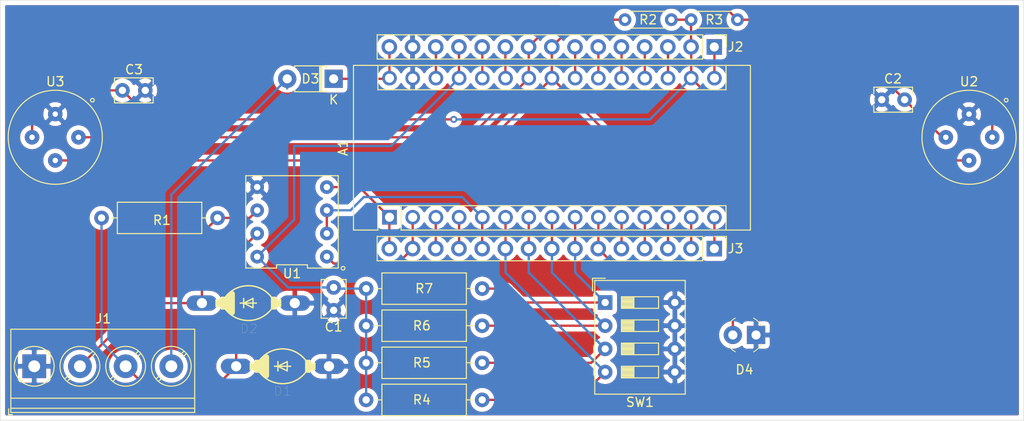
<source format=kicad_pcb>
(kicad_pcb (version 20171130) (host pcbnew "(5.1.7)-1")
  (layers (0 F.Cu signal) (31 B.Cu signal) (34 B.Paste user) (35 F.Paste user) (36 B.SilkS user) (37 F.SilkS user) (38 B.Mask user) (39 F.Mask user) (44 Edge.Cuts user))
  (net 0 "")
  (net 1 VDD)
  (net 2 VCC)
  (net 3 GND)
  (net 4 "Net-(D1-Pad1)")
  (net 5 "Net-(D2-Pad1)")
  (net 6 "Net-(D3-Pad2)")
  (net 7 /TX)
  (net 8 /RX)
  (net 9 /REF)
  (net 10 /RST_D)
  (net 11 /A0)
  (net 12 /GND_D)
  (net 13 /A1)
  (net 14 /D2)
  (net 15 /A2)
  (net 16 /D3)
  (net 17 /A3)
  (net 18 /D4)
  (net 19 /A4)
  (net 20 /D5)
  (net 21 /A5)
  (net 22 /D6)
  (net 23 /A6)
  (net 24 /D7)
  (net 25 /A7)
  (net 26 /D8)
  (net 27 /D9)
  (net 28 /RST_A)
  (net 29 /D10)
  (net 30 /D11)
  (net 31 /VIN)
  (net 32 /D12)
  (net 33 /D13)
  (module Resistor_THT:R_Axial_DIN0204_L3.6mm_D1.6mm_P5.08mm_Horizontal (layer F.Cu) (at 157.861 74.803)
    (fp_text reference R2 (at 2.54 0) (layer F.SilkS))
    (fp_text value 4.7k)
    (fp_line (start 0.62 -0.92) (end 4.46 -0.92) (layer F.SilkS) (width 0.12))
    (fp_line (start 0.62 0.92) (end 4.46 0.92) (layer F.SilkS) (width 0.12))
    (pad 1 thru_hole circle (at 0 0) (size 1.4 1.4) (drill 0.7) (layers *.Cu *.Mask) (net 19 /A4))
    (pad 2 thru_hole oval (at 5.08 0) (size 1.4 1.4) (drill 0.7) (layers *.Cu *.Mask) (net 1 VDD))
  )
  (module Module:Arduino_Nano (layer F.Cu) (at 132.096 96.448 90)
    (fp_text reference A1 (at 7.62 -5.08 90) (layer F.SilkS))
    (fp_text value Arduino_Nano_v3.x)
    (fp_line (start 1.27 1.27) (end 1.27 -1.27) (layer F.SilkS) (width 0.12))
    (fp_line (start 1.27 -1.27) (end -1.4 -1.27) (layer F.SilkS) (width 0.12))
    (fp_line (start -1.4 1.27) (end -1.4 39.5) (layer F.SilkS) (width 0.12))
    (fp_line (start -1.4 -3.94) (end -1.4 -1.27) (layer F.SilkS) (width 0.12))
    (fp_line (start 13.97 -1.27) (end 16.64 -1.27) (layer F.SilkS) (width 0.12))
    (fp_line (start 13.97 -1.27) (end 13.97 36.83) (layer F.SilkS) (width 0.12))
    (fp_line (start 13.97 36.83) (end 16.64 36.83) (layer F.SilkS) (width 0.12))
    (fp_line (start 1.27 1.27) (end -1.4 1.27) (layer F.SilkS) (width 0.12))
    (fp_line (start 1.27 1.27) (end 1.27 36.83) (layer F.SilkS) (width 0.12))
    (fp_line (start 1.27 36.83) (end -1.4 36.83) (layer F.SilkS) (width 0.12))
    (fp_line (start -1.4 39.5) (end 16.64 39.5) (layer F.SilkS) (width 0.12))
    (fp_line (start 16.64 39.5) (end 16.64 -3.94) (layer F.SilkS) (width 0.12))
    (fp_line (start 16.64 -3.94) (end -1.4 -3.94) (layer F.SilkS) (width 0.12))
    (pad 1 thru_hole rect (at 0 0 90) (size 1.6 1.6) (drill 1) (layers *.Cu *.Mask) (net 7 /TX))
    (pad 17 thru_hole oval (at 15.24 33.02 90) (size 1.6 1.6) (drill 1) (layers *.Cu *.Mask) (net 1 VDD))
    (pad 2 thru_hole oval (at 0 2.54 90) (size 1.6 1.6) (drill 1) (layers *.Cu *.Mask) (net 8 /RX))
    (pad 18 thru_hole oval (at 15.24 30.48 90) (size 1.6 1.6) (drill 1) (layers *.Cu *.Mask) (net 9 /REF))
    (pad 3 thru_hole oval (at 0 5.08 90) (size 1.6 1.6) (drill 1) (layers *.Cu *.Mask) (net 10 /RST_D))
    (pad 19 thru_hole oval (at 15.24 27.94 90) (size 1.6 1.6) (drill 1) (layers *.Cu *.Mask) (net 11 /A0))
    (pad 4 thru_hole oval (at 0 7.62 90) (size 1.6 1.6) (drill 1) (layers *.Cu *.Mask) (net 12 /GND_D))
    (pad 20 thru_hole oval (at 15.24 25.4 90) (size 1.6 1.6) (drill 1) (layers *.Cu *.Mask) (net 13 /A1))
    (pad 5 thru_hole oval (at 0 10.16 90) (size 1.6 1.6) (drill 1) (layers *.Cu *.Mask) (net 14 /D2))
    (pad 21 thru_hole oval (at 15.24 22.86 90) (size 1.6 1.6) (drill 1) (layers *.Cu *.Mask) (net 15 /A2))
    (pad 6 thru_hole oval (at 0 12.7 90) (size 1.6 1.6) (drill 1) (layers *.Cu *.Mask) (net 16 /D3))
    (pad 22 thru_hole oval (at 15.24 20.32 90) (size 1.6 1.6) (drill 1) (layers *.Cu *.Mask) (net 17 /A3))
    (pad 7 thru_hole oval (at 0 15.24 90) (size 1.6 1.6) (drill 1) (layers *.Cu *.Mask) (net 18 /D4))
    (pad 23 thru_hole oval (at 15.24 17.78 90) (size 1.6 1.6) (drill 1) (layers *.Cu *.Mask) (net 19 /A4))
    (pad 8 thru_hole oval (at 0 17.78 90) (size 1.6 1.6) (drill 1) (layers *.Cu *.Mask) (net 20 /D5))
    (pad 24 thru_hole oval (at 15.24 15.24 90) (size 1.6 1.6) (drill 1) (layers *.Cu *.Mask) (net 21 /A5))
    (pad 9 thru_hole oval (at 0 20.32 90) (size 1.6 1.6) (drill 1) (layers *.Cu *.Mask) (net 22 /D6))
    (pad 25 thru_hole oval (at 15.24 12.7 90) (size 1.6 1.6) (drill 1) (layers *.Cu *.Mask) (net 23 /A6))
    (pad 10 thru_hole oval (at 0 22.86 90) (size 1.6 1.6) (drill 1) (layers *.Cu *.Mask) (net 24 /D7))
    (pad 26 thru_hole oval (at 15.24 10.16 90) (size 1.6 1.6) (drill 1) (layers *.Cu *.Mask) (net 25 /A7))
    (pad 11 thru_hole oval (at 0 25.4 90) (size 1.6 1.6) (drill 1) (layers *.Cu *.Mask) (net 26 /D8))
    (pad 27 thru_hole oval (at 15.24 7.62 90) (size 1.6 1.6) (drill 1) (layers *.Cu *.Mask) (net 2 VCC))
    (pad 12 thru_hole oval (at 0 27.94 90) (size 1.6 1.6) (drill 1) (layers *.Cu *.Mask) (net 27 /D9))
    (pad 28 thru_hole oval (at 15.24 5.08 90) (size 1.6 1.6) (drill 1) (layers *.Cu *.Mask) (net 28 /RST_A))
    (pad 13 thru_hole oval (at 0 30.48 90) (size 1.6 1.6) (drill 1) (layers *.Cu *.Mask) (net 29 /D10))
    (pad 29 thru_hole oval (at 15.24 2.54 90) (size 1.6 1.6) (drill 1) (layers *.Cu *.Mask) (net 3 GND))
    (pad 14 thru_hole oval (at 0 33.02 90) (size 1.6 1.6) (drill 1) (layers *.Cu *.Mask) (net 30 /D11))
    (pad 30 thru_hole oval (at 15.24 0 90) (size 1.6 1.6) (drill 1) (layers *.Cu *.Mask) (net 31 /VIN))
    (pad 15 thru_hole oval (at 0 35.56 90) (size 1.6 1.6) (drill 1) (layers *.Cu *.Mask) (net 32 /D12))
    (pad 16 thru_hole oval (at 15.24 35.56 90) (size 1.6 1.6) (drill 1) (layers *.Cu *.Mask) (net 33 /D13))
  )
  (module Button_Switch_THT:SW_DIP_SPSTx04_Slide_9.78x12.34mm_W7.62mm_P2.54mm (layer F.Cu) (at 155.702 105.791)
    (fp_text reference SW1 (at 3.81 10.922) (layer F.SilkS))
    (fp_text value SW_DIP_x04)
    (fp_line (start -1.14 -2.42) (end 8.76 -2.42) (layer F.SilkS) (width 0.12))
    (fp_line (start -1.14 10.04) (end 8.76 10.04) (layer F.SilkS) (width 0.12))
    (fp_line (start -1.14 -2.42) (end -1.14 10.04) (layer F.SilkS) (width 0.12))
    (fp_line (start 8.76 -2.42) (end 8.76 10.04) (layer F.SilkS) (width 0.12))
    (fp_line (start -1.38 -2.66) (end 0.004 -2.66) (layer F.SilkS) (width 0.12))
    (fp_line (start -1.38 -2.66) (end -1.38 -1.277) (layer F.SilkS) (width 0.12))
    (fp_line (start 1.78 -0.635) (end 1.78 0.635) (layer F.SilkS) (width 0.12))
    (fp_line (start 1.78 0.635) (end 5.84 0.635) (layer F.SilkS) (width 0.12))
    (fp_line (start 5.84 0.635) (end 5.84 -0.635) (layer F.SilkS) (width 0.12))
    (fp_line (start 5.84 -0.635) (end 1.78 -0.635) (layer F.SilkS) (width 0.12))
    (fp_line (start 1.78 -0.515) (end 3.133333 -0.515) (layer F.SilkS) (width 0.12))
    (fp_line (start 1.78 -0.395) (end 3.133333 -0.395) (layer F.SilkS) (width 0.12))
    (fp_line (start 1.78 -0.275) (end 3.133333 -0.275) (layer F.SilkS) (width 0.12))
    (fp_line (start 1.78 -0.155) (end 3.133333 -0.155) (layer F.SilkS) (width 0.12))
    (fp_line (start 1.78 -0.035) (end 3.133333 -0.035) (layer F.SilkS) (width 0.12))
    (fp_line (start 1.78 0.085) (end 3.133333 0.085) (layer F.SilkS) (width 0.12))
    (fp_line (start 1.78 0.205) (end 3.133333 0.205) (layer F.SilkS) (width 0.12))
    (fp_line (start 1.78 0.325) (end 3.133333 0.325) (layer F.SilkS) (width 0.12))
    (fp_line (start 1.78 0.445) (end 3.133333 0.445) (layer F.SilkS) (width 0.12))
    (fp_line (start 1.78 0.565) (end 3.133333 0.565) (layer F.SilkS) (width 0.12))
    (fp_line (start 3.133333 -0.635) (end 3.133333 0.635) (layer F.SilkS) (width 0.12))
    (fp_line (start 1.78 1.905) (end 1.78 3.175) (layer F.SilkS) (width 0.12))
    (fp_line (start 1.78 3.175) (end 5.84 3.175) (layer F.SilkS) (width 0.12))
    (fp_line (start 5.84 3.175) (end 5.84 1.905) (layer F.SilkS) (width 0.12))
    (fp_line (start 5.84 1.905) (end 1.78 1.905) (layer F.SilkS) (width 0.12))
    (fp_line (start 1.78 2.025) (end 3.133333 2.025) (layer F.SilkS) (width 0.12))
    (fp_line (start 1.78 2.145) (end 3.133333 2.145) (layer F.SilkS) (width 0.12))
    (fp_line (start 1.78 2.265) (end 3.133333 2.265) (layer F.SilkS) (width 0.12))
    (fp_line (start 1.78 2.385) (end 3.133333 2.385) (layer F.SilkS) (width 0.12))
    (fp_line (start 1.78 2.505) (end 3.133333 2.505) (layer F.SilkS) (width 0.12))
    (fp_line (start 1.78 2.625) (end 3.133333 2.625) (layer F.SilkS) (width 0.12))
    (fp_line (start 1.78 2.745) (end 3.133333 2.745) (layer F.SilkS) (width 0.12))
    (fp_line (start 1.78 2.865) (end 3.133333 2.865) (layer F.SilkS) (width 0.12))
    (fp_line (start 1.78 2.985) (end 3.133333 2.985) (layer F.SilkS) (width 0.12))
    (fp_line (start 1.78 3.105) (end 3.133333 3.105) (layer F.SilkS) (width 0.12))
    (fp_line (start 3.133333 1.905) (end 3.133333 3.175) (layer F.SilkS) (width 0.12))
    (fp_line (start 1.78 4.445) (end 1.78 5.715) (layer F.SilkS) (width 0.12))
    (fp_line (start 1.78 5.715) (end 5.84 5.715) (layer F.SilkS) (width 0.12))
    (fp_line (start 5.84 5.715) (end 5.84 4.445) (layer F.SilkS) (width 0.12))
    (fp_line (start 5.84 4.445) (end 1.78 4.445) (layer F.SilkS) (width 0.12))
    (fp_line (start 1.78 4.565) (end 3.133333 4.565) (layer F.SilkS) (width 0.12))
    (fp_line (start 1.78 4.685) (end 3.133333 4.685) (layer F.SilkS) (width 0.12))
    (fp_line (start 1.78 4.805) (end 3.133333 4.805) (layer F.SilkS) (width 0.12))
    (fp_line (start 1.78 4.925) (end 3.133333 4.925) (layer F.SilkS) (width 0.12))
    (fp_line (start 1.78 5.045) (end 3.133333 5.045) (layer F.SilkS) (width 0.12))
    (fp_line (start 1.78 5.165) (end 3.133333 5.165) (layer F.SilkS) (width 0.12))
    (fp_line (start 1.78 5.285) (end 3.133333 5.285) (layer F.SilkS) (width 0.12))
    (fp_line (start 1.78 5.405) (end 3.133333 5.405) (layer F.SilkS) (width 0.12))
    (fp_line (start 1.78 5.525) (end 3.133333 5.525) (layer F.SilkS) (width 0.12))
    (fp_line (start 1.78 5.645) (end 3.133333 5.645) (layer F.SilkS) (width 0.12))
    (fp_line (start 3.133333 4.445) (end 3.133333 5.715) (layer F.SilkS) (width 0.12))
    (fp_line (start 1.78 6.985) (end 1.78 8.255) (layer F.SilkS) (width 0.12))
    (fp_line (start 1.78 8.255) (end 5.84 8.255) (layer F.SilkS) (width 0.12))
    (fp_line (start 5.84 8.255) (end 5.84 6.985) (layer F.SilkS) (width 0.12))
    (fp_line (start 5.84 6.985) (end 1.78 6.985) (layer F.SilkS) (width 0.12))
    (fp_line (start 1.78 7.105) (end 3.133333 7.105) (layer F.SilkS) (width 0.12))
    (fp_line (start 1.78 7.225) (end 3.133333 7.225) (layer F.SilkS) (width 0.12))
    (fp_line (start 1.78 7.345) (end 3.133333 7.345) (layer F.SilkS) (width 0.12))
    (fp_line (start 1.78 7.465) (end 3.133333 7.465) (layer F.SilkS) (width 0.12))
    (fp_line (start 1.78 7.585) (end 3.133333 7.585) (layer F.SilkS) (width 0.12))
    (fp_line (start 1.78 7.705) (end 3.133333 7.705) (layer F.SilkS) (width 0.12))
    (fp_line (start 1.78 7.825) (end 3.133333 7.825) (layer F.SilkS) (width 0.12))
    (fp_line (start 1.78 7.945) (end 3.133333 7.945) (layer F.SilkS) (width 0.12))
    (fp_line (start 1.78 8.065) (end 3.133333 8.065) (layer F.SilkS) (width 0.12))
    (fp_line (start 1.78 8.185) (end 3.133333 8.185) (layer F.SilkS) (width 0.12))
    (fp_line (start 3.133333 6.985) (end 3.133333 8.255) (layer F.SilkS) (width 0.12))
    (pad 8 thru_hole oval (at 7.62 0) (size 1.6 1.6) (drill 0.8) (layers *.Cu *.Mask) (net 3 GND))
    (pad 4 thru_hole oval (at 0 7.62) (size 1.6 1.6) (drill 0.8) (layers *.Cu *.Mask) (net 16 /D3))
    (pad 7 thru_hole oval (at 7.62 2.54) (size 1.6 1.6) (drill 0.8) (layers *.Cu *.Mask) (net 3 GND))
    (pad 3 thru_hole oval (at 0 5.08) (size 1.6 1.6) (drill 0.8) (layers *.Cu *.Mask) (net 18 /D4))
    (pad 6 thru_hole oval (at 7.62 5.08) (size 1.6 1.6) (drill 0.8) (layers *.Cu *.Mask) (net 3 GND))
    (pad 2 thru_hole oval (at 0 2.54) (size 1.6 1.6) (drill 0.8) (layers *.Cu *.Mask) (net 20 /D5))
    (pad 5 thru_hole oval (at 7.62 7.62) (size 1.6 1.6) (drill 0.8) (layers *.Cu *.Mask) (net 3 GND))
    (pad 1 thru_hole rect (at 0 0) (size 1.6 1.6) (drill 0.8) (layers *.Cu *.Mask) (net 22 /D6))
  )
  (module Resistor_THT:R_Axial_DIN0309_L9.0mm_D3.2mm_P12.70mm_Horizontal (layer F.Cu) (at 142.24 104.267 180)
    (fp_text reference R7 (at 6.35 0) (layer F.SilkS))
    (fp_text value 100)
    (fp_line (start 1.73 -1.72) (end 1.73 1.72) (layer F.SilkS) (width 0.12))
    (fp_line (start 1.73 1.72) (end 10.97 1.72) (layer F.SilkS) (width 0.12))
    (fp_line (start 10.97 1.72) (end 10.97 -1.72) (layer F.SilkS) (width 0.12))
    (fp_line (start 10.97 -1.72) (end 1.73 -1.72) (layer F.SilkS) (width 0.12))
    (fp_line (start 1.04 0) (end 1.73 0) (layer F.SilkS) (width 0.12))
    (fp_line (start 11.66 0) (end 10.97 0) (layer F.SilkS) (width 0.12))
    (pad 2 thru_hole oval (at 12.7 0 180) (size 1.6 1.6) (drill 0.8) (layers *.Cu *.Mask) (net 2 VCC))
    (pad 1 thru_hole circle (at 0 0 180) (size 1.6 1.6) (drill 0.8) (layers *.Cu *.Mask) (net 22 /D6))
  )
  (module Resistor_THT:R_Axial_DIN0309_L9.0mm_D3.2mm_P12.70mm_Horizontal (layer F.Cu) (at 142.24 108.331 180)
    (fp_text reference R6 (at 6.604 0) (layer F.SilkS))
    (fp_text value 100)
    (fp_line (start 1.73 -1.72) (end 1.73 1.72) (layer F.SilkS) (width 0.12))
    (fp_line (start 1.73 1.72) (end 10.97 1.72) (layer F.SilkS) (width 0.12))
    (fp_line (start 10.97 1.72) (end 10.97 -1.72) (layer F.SilkS) (width 0.12))
    (fp_line (start 10.97 -1.72) (end 1.73 -1.72) (layer F.SilkS) (width 0.12))
    (fp_line (start 1.04 0) (end 1.73 0) (layer F.SilkS) (width 0.12))
    (fp_line (start 11.66 0) (end 10.97 0) (layer F.SilkS) (width 0.12))
    (pad 2 thru_hole oval (at 12.7 0 180) (size 1.6 1.6) (drill 0.8) (layers *.Cu *.Mask) (net 2 VCC))
    (pad 1 thru_hole circle (at 0 0 180) (size 1.6 1.6) (drill 0.8) (layers *.Cu *.Mask) (net 20 /D5))
  )
  (module Resistor_THT:R_Axial_DIN0309_L9.0mm_D3.2mm_P12.70mm_Horizontal (layer F.Cu) (at 142.24 112.395 180)
    (fp_text reference R5 (at 6.604 0) (layer F.SilkS))
    (fp_text value 100)
    (fp_line (start 1.73 -1.72) (end 1.73 1.72) (layer F.SilkS) (width 0.12))
    (fp_line (start 1.73 1.72) (end 10.97 1.72) (layer F.SilkS) (width 0.12))
    (fp_line (start 10.97 1.72) (end 10.97 -1.72) (layer F.SilkS) (width 0.12))
    (fp_line (start 10.97 -1.72) (end 1.73 -1.72) (layer F.SilkS) (width 0.12))
    (fp_line (start 1.04 0) (end 1.73 0) (layer F.SilkS) (width 0.12))
    (fp_line (start 11.66 0) (end 10.97 0) (layer F.SilkS) (width 0.12))
    (pad 2 thru_hole oval (at 12.7 0 180) (size 1.6 1.6) (drill 0.8) (layers *.Cu *.Mask) (net 2 VCC))
    (pad 1 thru_hole circle (at 0 0 180) (size 1.6 1.6) (drill 0.8) (layers *.Cu *.Mask) (net 18 /D4))
  )
  (module Resistor_THT:R_Axial_DIN0309_L9.0mm_D3.2mm_P12.70mm_Horizontal (layer F.Cu) (at 142.24 116.459 180)
    (fp_text reference R4 (at 6.604 0) (layer F.SilkS))
    (fp_text value 100)
    (fp_line (start 1.73 -1.72) (end 1.73 1.72) (layer F.SilkS) (width 0.12))
    (fp_line (start 1.73 1.72) (end 10.97 1.72) (layer F.SilkS) (width 0.12))
    (fp_line (start 10.97 1.72) (end 10.97 -1.72) (layer F.SilkS) (width 0.12))
    (fp_line (start 10.97 -1.72) (end 1.73 -1.72) (layer F.SilkS) (width 0.12))
    (fp_line (start 1.04 0) (end 1.73 0) (layer F.SilkS) (width 0.12))
    (fp_line (start 11.66 0) (end 10.97 0) (layer F.SilkS) (width 0.12))
    (pad 2 thru_hole oval (at 12.7 0 180) (size 1.6 1.6) (drill 0.8) (layers *.Cu *.Mask) (net 2 VCC))
    (pad 1 thru_hole circle (at 0 0 180) (size 1.6 1.6) (drill 0.8) (layers *.Cu *.Mask) (net 16 /D3))
  )
  (module digikey-kicad-library:LED_3mm_Radial (layer F.Cu) (at 169.672 109.347 180)
    (fp_text reference D4 (at -1.27 -3.81) (layer F.SilkS))
    (fp_text value RED)
    (fp_line (start 0.33 -1.35) (end 0.33 -1.1) (layer F.SilkS) (width 0.1))
    (fp_line (start 0.33 1.35) (end 0.33 1.1) (layer F.SilkS) (width 0.1))
    (fp_arc (start -1.27 0) (end 0.33 -1.35) (angle -21.45098095) (layer F.SilkS) (width 0.1))
    (fp_arc (start -1.27 0) (end -0.27 1.85) (angle -21.45098095) (layer F.SilkS) (width 0.1))
    (fp_arc (start -1.27 0) (end -2.27 -1.85) (angle -33.21396116) (layer F.SilkS) (width 0.1))
    (fp_arc (start -1.27 0) (end -3.12 1) (angle -33.21396116) (layer F.SilkS) (width 0.1))
    (pad 1 thru_hole rect (at -2.54 0 180) (size 2 2) (drill 1) (layers *.Cu *.Mask) (net 3 GND))
    (pad 2 thru_hole circle (at 0 0 180) (size 2 2) (drill 1) (layers *.Cu *.Mask) (net 24 /D7))
  )
  (module Diode_THT:D_T-1_P5.08mm_Horizontal (layer F.Cu) (at 125.984 81.28 180)
    (fp_text reference D3 (at 2.54 0) (layer F.SilkS))
    (fp_text value D)
    (fp_line (start 0.82 -1.24) (end 0.82 -1.42) (layer F.SilkS) (width 0.12))
    (fp_line (start 0.82 -1.42) (end 4.26 -1.42) (layer F.SilkS) (width 0.12))
    (fp_line (start 4.26 -1.42) (end 4.26 -1.24) (layer F.SilkS) (width 0.12))
    (fp_line (start 0.82 1.24) (end 0.82 1.42) (layer F.SilkS) (width 0.12))
    (fp_line (start 0.82 1.42) (end 4.26 1.42) (layer F.SilkS) (width 0.12))
    (fp_line (start 4.26 1.42) (end 4.26 1.24) (layer F.SilkS) (width 0.12))
    (fp_line (start 1.42 -1.42) (end 1.42 1.42) (layer F.SilkS) (width 0.12))
    (fp_line (start 1.54 -1.42) (end 1.54 1.42) (layer F.SilkS) (width 0.12))
    (fp_line (start 1.3 -1.42) (end 1.3 1.42) (layer F.SilkS) (width 0.12))
    (fp_text user K (at 0 -2.286) (layer F.SilkS))
    (pad 2 thru_hole oval (at 5.08 0 180) (size 2 2) (drill 1) (layers *.Cu *.Mask) (net 6 "Net-(D3-Pad2)"))
    (pad 1 thru_hole rect (at 0 0 180) (size 2 2) (drill 1) (layers *.Cu *.Mask) (net 31 /VIN))
  )
  (module TTS-UART:DO204-10 (layer F.Cu) (at 116.6495 105.8545)
    (fp_text reference D2 (at 0.0635 2.794) (layer F.SilkS) (effects (font (thickness 0.015))))
    (fp_text value D_Zener)
    (fp_poly (pts (xy -3.6068 -0.4064) (xy -3.048 -0.4064) (xy -3.048 0.4064) (xy -3.6068 0.4064)) (layer F.SilkS) (width 0.01))
    (fp_poly (pts (xy 3.048 -0.4064) (xy 3.6068 -0.4064) (xy 3.6068 0.4064) (xy 3.048 0.4064)) (layer F.SilkS) (width 0.01))
    (fp_line (start -0.508 0) (end -0.508 0.508) (layer F.SilkS) (width 0.1524))
    (fp_line (start -0.508 -0.508) (end -0.508 0) (layer F.SilkS) (width 0.1524))
    (fp_line (start -0.508 0) (end 0.508 -0.508) (layer F.SilkS) (width 0.1524))
    (fp_line (start -0.508 0) (end 0.889 0) (layer F.SilkS) (width 0.1524))
    (fp_line (start 0.508 0.508) (end -0.508 0) (layer F.SilkS) (width 0.1524))
    (fp_line (start 0.508 -0.508) (end 0.508 0.508) (layer F.SilkS) (width 0.1524))
    (fp_line (start -0.889 0) (end -0.508 0) (layer F.SilkS) (width 0.1524))
    (fp_line (start 2.794 -0.381) (end 2.794 0.381) (layer F.SilkS) (width 0.6096))
    (fp_line (start -2.794 -0.381) (end -2.794 0.381) (layer F.SilkS) (width 0.6096))
    (fp_line (start -2.286 -0.508) (end -2.032 -0.762) (layer F.SilkS) (width 0.6096))
    (fp_line (start -2.032 0.762) (end -2.286 0.508) (layer F.SilkS) (width 0.6096))
    (fp_line (start -2.286 -0.508) (end -2.286 0.508) (layer F.SilkS) (width 0.6096))
    (fp_line (start -1.778 -1.016) (end -1.778 1.016) (layer F.SilkS) (width 0.6096))
    (fp_line (start -3.048 0.508) (end -3.048 -0.508) (layer F.SilkS) (width 0.1524))
    (fp_line (start -3.048 0.508) (end -2.921 0.635) (layer F.SilkS) (width 0.1524))
    (fp_line (start -2.54 0.635) (end -2.921 0.635) (layer F.SilkS) (width 0.1524))
    (fp_line (start -3.048 -0.508) (end -2.921 -0.635) (layer F.SilkS) (width 0.1524))
    (fp_line (start -2.54 -0.635) (end -2.921 -0.635) (layer F.SilkS) (width 0.1524))
    (fp_line (start 3.048 0.508) (end 3.048 -0.508) (layer F.SilkS) (width 0.1524))
    (fp_line (start 3.048 0.508) (end 2.921 0.635) (layer F.SilkS) (width 0.1524))
    (fp_line (start 2.54 0.635) (end 2.921 0.635) (layer F.SilkS) (width 0.1524))
    (fp_line (start 3.048 -0.508) (end 2.921 -0.635) (layer F.SilkS) (width 0.1524))
    (fp_line (start 2.54 -0.635) (end 2.921 -0.635) (layer F.SilkS) (width 0.1524))
    (fp_line (start -2.54 -0.635) (end -2.54 0.635) (layer F.SilkS) (width 0.1524))
    (fp_line (start 2.54 -0.635) (end 2.54 0.635) (layer F.SilkS) (width 0.1524))
    (fp_arc (start -0.000007 -1.27) (end 2.54 0.635) (angle 105.826017) (layer F.SilkS) (width 0.1524))
    (fp_arc (start 0.000007 1.27) (end 2.5255 -0.6542) (angle -105.826017) (layer F.SilkS) (width 0.1524))
    (pad 2 thru_hole oval (at 5.08 0) (size 3.3528 1.6764) (drill 1.1176) (layers *.Cu *.Mask) (net 3 GND))
    (pad 1 thru_hole oval (at -5.08 0) (size 3.3528 1.6764) (drill 1.1176) (layers *.Cu *.Mask) (net 5 "Net-(D2-Pad1)"))
  )
  (module TTS-UART:DO204-10 (layer F.Cu) (at 120.396 112.776)
    (fp_text reference D1 (at 0 2.7305) (layer F.SilkS) (effects (font (thickness 0.015))))
    (fp_text value D_Zener)
    (fp_poly (pts (xy -3.6068 -0.4064) (xy -3.048 -0.4064) (xy -3.048 0.4064) (xy -3.6068 0.4064)) (layer F.SilkS) (width 0.01))
    (fp_poly (pts (xy 3.048 -0.4064) (xy 3.6068 -0.4064) (xy 3.6068 0.4064) (xy 3.048 0.4064)) (layer F.SilkS) (width 0.01))
    (fp_line (start -0.508 0) (end -0.508 0.508) (layer F.SilkS) (width 0.1524))
    (fp_line (start -0.508 -0.508) (end -0.508 0) (layer F.SilkS) (width 0.1524))
    (fp_line (start -0.508 0) (end 0.508 -0.508) (layer F.SilkS) (width 0.1524))
    (fp_line (start -0.508 0) (end 0.889 0) (layer F.SilkS) (width 0.1524))
    (fp_line (start 0.508 0.508) (end -0.508 0) (layer F.SilkS) (width 0.1524))
    (fp_line (start 0.508 -0.508) (end 0.508 0.508) (layer F.SilkS) (width 0.1524))
    (fp_line (start -0.889 0) (end -0.508 0) (layer F.SilkS) (width 0.1524))
    (fp_line (start 2.794 -0.381) (end 2.794 0.381) (layer F.SilkS) (width 0.6096))
    (fp_line (start -2.794 -0.381) (end -2.794 0.381) (layer F.SilkS) (width 0.6096))
    (fp_line (start -2.286 -0.508) (end -2.032 -0.762) (layer F.SilkS) (width 0.6096))
    (fp_line (start -2.032 0.762) (end -2.286 0.508) (layer F.SilkS) (width 0.6096))
    (fp_line (start -2.286 -0.508) (end -2.286 0.508) (layer F.SilkS) (width 0.6096))
    (fp_line (start -1.778 -1.016) (end -1.778 1.016) (layer F.SilkS) (width 0.6096))
    (fp_line (start -3.048 0.508) (end -3.048 -0.508) (layer F.SilkS) (width 0.1524))
    (fp_line (start -3.048 0.508) (end -2.921 0.635) (layer F.SilkS) (width 0.1524))
    (fp_line (start -2.54 0.635) (end -2.921 0.635) (layer F.SilkS) (width 0.1524))
    (fp_line (start -3.048 -0.508) (end -2.921 -0.635) (layer F.SilkS) (width 0.1524))
    (fp_line (start -2.54 -0.635) (end -2.921 -0.635) (layer F.SilkS) (width 0.1524))
    (fp_line (start 3.048 0.508) (end 3.048 -0.508) (layer F.SilkS) (width 0.1524))
    (fp_line (start 3.048 0.508) (end 2.921 0.635) (layer F.SilkS) (width 0.1524))
    (fp_line (start 2.54 0.635) (end 2.921 0.635) (layer F.SilkS) (width 0.1524))
    (fp_line (start 3.048 -0.508) (end 2.921 -0.635) (layer F.SilkS) (width 0.1524))
    (fp_line (start 2.54 -0.635) (end 2.921 -0.635) (layer F.SilkS) (width 0.1524))
    (fp_line (start -2.54 -0.635) (end -2.54 0.635) (layer F.SilkS) (width 0.1524))
    (fp_line (start 2.54 -0.635) (end 2.54 0.635) (layer F.SilkS) (width 0.1524))
    (fp_arc (start -0.000007 -1.27) (end 2.54 0.635) (angle 105.826017) (layer F.SilkS) (width 0.1524))
    (fp_arc (start 0.000007 1.27) (end 2.5255 -0.6542) (angle -105.826017) (layer F.SilkS) (width 0.1524))
    (pad 2 thru_hole oval (at 5.08 0) (size 3.3528 1.6764) (drill 1.1176) (layers *.Cu *.Mask) (net 3 GND))
    (pad 1 thru_hole oval (at -5.08 0) (size 3.3528 1.6764) (drill 1.1176) (layers *.Cu *.Mask) (net 4 "Net-(D1-Pad1)"))
  )
  (module TTS-UART:MLX90614ESF-BCC-000-TU (layer F.Cu) (at 195.52 87.685)
    (fp_text reference U2 (at 0 -6.096) (layer F.SilkS))
    (fp_text value MLX90614)
    (fp_circle (center 0 0) (end 5.15 0) (layer F.SilkS) (width 0.12))
    (fp_circle (center 4.064 -4.064) (end 4.264 -4.064) (layer F.SilkS) (width 0.12))
    (pad 3 thru_hole circle (at -2.54 0) (size 1.6 1.6) (drill 0.6) (layers *.Cu *.Mask) (net 1 VDD))
    (pad 2 thru_hole circle (at 0 2.54) (size 1.6 1.6) (drill 0.6) (layers *.Cu *.Mask) (net 19 /A4))
    (pad 1 thru_hole circle (at 2.54 0) (size 1.6 1.6) (drill 0.6) (layers *.Cu *.Mask) (net 21 /A5))
    (pad 4 thru_hole circle (at 0 -2.54) (size 1.6 1.6) (drill 0.6) (layers *.Cu *.Mask) (net 3 GND))
  )
  (module Capacitor_THT:C_Rect_L4.0mm_W2.5mm_P2.50mm (layer F.Cu) (at 125.984 104.14 270)
    (fp_text reference C1 (at 4.318 0) (layer F.SilkS))
    (fp_text value 0.1uF)
    (fp_line (start -0.87 -1.37) (end 3.37 -1.37) (layer F.SilkS) (width 0.12))
    (fp_line (start -0.87 1.37) (end 3.37 1.37) (layer F.SilkS) (width 0.12))
    (fp_line (start -0.87 -1.37) (end -0.87 -0.665) (layer F.SilkS) (width 0.12))
    (fp_line (start -0.87 0.665) (end -0.87 1.37) (layer F.SilkS) (width 0.12))
    (fp_line (start 3.37 -1.37) (end 3.37 -0.665) (layer F.SilkS) (width 0.12))
    (fp_line (start 3.37 0.665) (end 3.37 1.37) (layer F.SilkS) (width 0.12))
    (pad 1 thru_hole circle (at 0 0 270) (size 1.6 1.6) (drill 0.8) (layers *.Cu *.Mask) (net 2 VCC))
    (pad 2 thru_hole circle (at 2.5 0 270) (size 1.6 1.6) (drill 0.8) (layers *.Cu *.Mask) (net 3 GND))
  )
  (module Capacitor_THT:C_Rect_L4.0mm_W2.5mm_P2.50mm (layer F.Cu) (at 188.468 83.566 180)
    (fp_text reference C2 (at 1.27 2.286 180) (layer F.SilkS))
    (fp_text value 0.1uF)
    (fp_line (start 3.37 0.665) (end 3.37 1.37) (layer F.SilkS) (width 0.12))
    (fp_line (start 3.37 -1.37) (end 3.37 -0.665) (layer F.SilkS) (width 0.12))
    (fp_line (start -0.87 0.665) (end -0.87 1.37) (layer F.SilkS) (width 0.12))
    (fp_line (start -0.87 -1.37) (end -0.87 -0.665) (layer F.SilkS) (width 0.12))
    (fp_line (start -0.87 1.37) (end 3.37 1.37) (layer F.SilkS) (width 0.12))
    (fp_line (start -0.87 -1.37) (end 3.37 -1.37) (layer F.SilkS) (width 0.12))
    (pad 2 thru_hole circle (at 2.5 0 180) (size 1.6 1.6) (drill 0.8) (layers *.Cu *.Mask) (net 3 GND))
    (pad 1 thru_hole circle (at 0 0 180) (size 1.6 1.6) (drill 0.8) (layers *.Cu *.Mask) (net 1 VDD))
  )
  (module Capacitor_THT:C_Rect_L4.0mm_W2.5mm_P2.50mm (layer F.Cu) (at 102.87 82.55)
    (fp_text reference C3 (at 1.27 -2.286) (layer F.SilkS))
    (fp_text value 0.1uF)
    (fp_line (start -0.87 -1.37) (end 3.37 -1.37) (layer F.SilkS) (width 0.12))
    (fp_line (start -0.87 1.37) (end 3.37 1.37) (layer F.SilkS) (width 0.12))
    (fp_line (start -0.87 -1.37) (end -0.87 -0.665) (layer F.SilkS) (width 0.12))
    (fp_line (start -0.87 0.665) (end -0.87 1.37) (layer F.SilkS) (width 0.12))
    (fp_line (start 3.37 -1.37) (end 3.37 -0.665) (layer F.SilkS) (width 0.12))
    (fp_line (start 3.37 0.665) (end 3.37 1.37) (layer F.SilkS) (width 0.12))
    (pad 1 thru_hole circle (at 0 0) (size 1.6 1.6) (drill 0.8) (layers *.Cu *.Mask) (net 1 VDD))
    (pad 2 thru_hole circle (at 2.5 0) (size 1.6 1.6) (drill 0.8) (layers *.Cu *.Mask) (net 3 GND))
  )
  (module Resistor_THT:R_Axial_DIN0309_L9.0mm_D3.2mm_P12.70mm_Horizontal (layer F.Cu) (at 113.284 96.52 180)
    (fp_text reference R1 (at 6.096 -0.254) (layer F.SilkS))
    (fp_text value 100)
    (fp_line (start 1.73 -1.72) (end 1.73 1.72) (layer F.SilkS) (width 0.12))
    (fp_line (start 1.73 1.72) (end 10.97 1.72) (layer F.SilkS) (width 0.12))
    (fp_line (start 10.97 1.72) (end 10.97 -1.72) (layer F.SilkS) (width 0.12))
    (fp_line (start 10.97 -1.72) (end 1.73 -1.72) (layer F.SilkS) (width 0.12))
    (fp_line (start 1.04 0) (end 1.73 0) (layer F.SilkS) (width 0.12))
    (fp_line (start 11.66 0) (end 10.97 0) (layer F.SilkS) (width 0.12))
    (pad 1 thru_hole circle (at 0 0 180) (size 1.6 1.6) (drill 0.8) (layers *.Cu *.Mask) (net 5 "Net-(D2-Pad1)"))
    (pad 2 thru_hole oval (at 12.7 0 180) (size 1.6 1.6) (drill 0.8) (layers *.Cu *.Mask) (net 4 "Net-(D1-Pad1)"))
  )
  (module Resistor_THT:R_Axial_DIN0204_L3.6mm_D1.6mm_P5.08mm_Horizontal (layer F.Cu) (at 170.18 74.803 180)
    (fp_text reference R3 (at 2.54 0) (layer F.SilkS))
    (fp_text value 4.7k)
    (fp_line (start 0.62 0.92) (end 4.46 0.92) (layer F.SilkS) (width 0.12))
    (fp_line (start 0.62 -0.92) (end 4.46 -0.92) (layer F.SilkS) (width 0.12))
    (pad 2 thru_hole oval (at 5.08 0 180) (size 1.4 1.4) (drill 0.7) (layers *.Cu *.Mask) (net 1 VDD))
    (pad 1 thru_hole circle (at 0 0 180) (size 1.4 1.4) (drill 0.7) (layers *.Cu *.Mask) (net 21 /A5))
  )
  (module TTS-UART:ISL81487EIPZ-PDIP (layer F.Cu) (at 121.428 96.956 90)
    (fp_text reference U1 (at -5.66 0) (layer F.SilkS))
    (fp_text value ISL81487EIPZ)
    (fp_line (start -5.06 5.06) (end 5.06 5.06) (layer F.SilkS) (width 0.12))
    (fp_line (start 5.06 5.06) (end 5.06 -5.06) (layer F.SilkS) (width 0.12))
    (fp_line (start 5.06 -5.06) (end -5.06 -5.06) (layer F.SilkS) (width 0.12))
    (fp_line (start -5.06 -5.06) (end -5.06 -1.686666) (layer F.SilkS) (width 0.12))
    (fp_line (start -5.06 -1.686666) (end -4.7 -1.686666) (layer F.SilkS) (width 0.12))
    (fp_line (start -4.7 -1.686666) (end -4.7 1.686666) (layer F.SilkS) (width 0.12))
    (fp_line (start -4.7 1.686666) (end -5.06 1.686666) (layer F.SilkS) (width 0.12))
    (fp_line (start -5.06 1.686666) (end -5.06 5.06) (layer F.SilkS) (width 0.12))
    (fp_circle (center -5.08 5.588) (end -4.88 5.588) (layer F.SilkS) (width 0.12))
    (pad 8 thru_hole circle (at -3.81 -3.81 90) (size 1.5 1.5) (drill 0.7) (layers *.Cu *.Mask) (net 2 VCC))
    (pad 1 thru_hole circle (at -3.81 3.81 90) (size 1.5 1.5) (drill 0.7) (layers *.Cu *.Mask) (net 8 /RX))
    (pad 7 thru_hole circle (at -1.27 -3.81 90) (size 1.5 1.5) (drill 0.7) (layers *.Cu *.Mask) (net 4 "Net-(D1-Pad1)"))
    (pad 2 thru_hole circle (at -1.27 3.81 90) (size 1.5 1.5) (drill 0.7) (layers *.Cu *.Mask) (net 14 /D2))
    (pad 6 thru_hole circle (at 1.27 -3.81 90) (size 1.5 1.5) (drill 0.7) (layers *.Cu *.Mask) (net 5 "Net-(D2-Pad1)"))
    (pad 3 thru_hole circle (at 1.27 3.81 90) (size 1.5 1.5) (drill 0.7) (layers *.Cu *.Mask) (net 14 /D2))
    (pad 5 thru_hole circle (at 3.81 -3.81 90) (size 1.5 1.5) (drill 0.7) (layers *.Cu *.Mask) (net 3 GND))
    (pad 4 thru_hole circle (at 3.81 3.81 90) (size 1.5 1.5) (drill 0.7) (layers *.Cu *.Mask) (net 7 /TX))
  )
  (module TTS-UART:MLX90614ESF-BCC-000-TU (layer F.Cu) (at 95.52 87.685)
    (fp_text reference U3 (at 0 -6.096) (layer F.SilkS))
    (fp_text value MLX90614)
    (fp_circle (center 4.064 -4.064) (end 4.264 -4.064) (layer F.SilkS) (width 0.12))
    (fp_circle (center 0 0) (end 5.15 0) (layer F.SilkS) (width 0.12))
    (pad 4 thru_hole circle (at 0 -2.54) (size 1.6 1.6) (drill 0.6) (layers *.Cu *.Mask) (net 3 GND))
    (pad 1 thru_hole circle (at 2.54 0) (size 1.6 1.6) (drill 0.6) (layers *.Cu *.Mask) (net 21 /A5))
    (pad 2 thru_hole circle (at 0 2.54) (size 1.6 1.6) (drill 0.6) (layers *.Cu *.Mask) (net 19 /A4))
    (pad 3 thru_hole circle (at -2.54 0) (size 1.6 1.6) (drill 0.6) (layers *.Cu *.Mask) (net 1 VDD))
  )
  (module Connector_PinHeader_2.54mm:PinHeader_1x15_P2.54mm_Vertical (layer F.Cu) (at 167.64 77.7875 270)
    (fp_text reference J2 (at 0 -2.33 180) (layer F.SilkS))
    (fp_text value Conn_01x15_Female)
    (fp_line (start -1.33 36.89) (end 1.33 36.89) (layer F.SilkS) (width 0.12))
    (fp_line (start -1.33 1.27) (end -1.33 36.89) (layer F.SilkS) (width 0.12))
    (fp_line (start 1.33 1.27) (end 1.33 36.89) (layer F.SilkS) (width 0.12))
    (fp_line (start -1.33 1.27) (end 1.33 1.27) (layer F.SilkS) (width 0.12))
    (fp_line (start -1.33 0) (end -1.33 -1.33) (layer F.SilkS) (width 0.12))
    (fp_line (start -1.33 -1.33) (end 0 -1.33) (layer F.SilkS) (width 0.12))
    (pad 1 thru_hole rect (at 0 0 270) (size 1.7 1.7) (drill 1) (layers *.Cu *.Mask) (net 33 /D13))
    (pad 2 thru_hole oval (at 0 2.54 270) (size 1.7 1.7) (drill 1) (layers *.Cu *.Mask) (net 1 VDD))
    (pad 3 thru_hole oval (at 0 5.08 270) (size 1.7 1.7) (drill 1) (layers *.Cu *.Mask) (net 9 /REF))
    (pad 4 thru_hole oval (at 0 7.62 270) (size 1.7 1.7) (drill 1) (layers *.Cu *.Mask) (net 11 /A0))
    (pad 5 thru_hole oval (at 0 10.16 270) (size 1.7 1.7) (drill 1) (layers *.Cu *.Mask) (net 13 /A1))
    (pad 6 thru_hole oval (at 0 12.7 270) (size 1.7 1.7) (drill 1) (layers *.Cu *.Mask) (net 15 /A2))
    (pad 7 thru_hole oval (at 0 15.24 270) (size 1.7 1.7) (drill 1) (layers *.Cu *.Mask) (net 17 /A3))
    (pad 8 thru_hole oval (at 0 17.78 270) (size 1.7 1.7) (drill 1) (layers *.Cu *.Mask) (net 19 /A4))
    (pad 9 thru_hole oval (at 0 20.32 270) (size 1.7 1.7) (drill 1) (layers *.Cu *.Mask) (net 21 /A5))
    (pad 10 thru_hole oval (at 0 22.86 270) (size 1.7 1.7) (drill 1) (layers *.Cu *.Mask) (net 23 /A6))
    (pad 11 thru_hole oval (at 0 25.4 270) (size 1.7 1.7) (drill 1) (layers *.Cu *.Mask) (net 25 /A7))
    (pad 12 thru_hole oval (at 0 27.94 270) (size 1.7 1.7) (drill 1) (layers *.Cu *.Mask) (net 2 VCC))
    (pad 13 thru_hole oval (at 0 30.48 270) (size 1.7 1.7) (drill 1) (layers *.Cu *.Mask) (net 28 /RST_A))
    (pad 14 thru_hole oval (at 0 33.02 270) (size 1.7 1.7) (drill 1) (layers *.Cu *.Mask) (net 3 GND))
    (pad 15 thru_hole oval (at 0 35.56 270) (size 1.7 1.7) (drill 1) (layers *.Cu *.Mask) (net 31 /VIN))
  )
  (module Connector_PinHeader_2.54mm:PinHeader_1x15_P2.54mm_Vertical (layer F.Cu) (at 167.64 99.8855 270)
    (fp_text reference J3 (at 0 -2.33) (layer F.SilkS))
    (fp_text value Conn_01x15_Female)
    (fp_line (start -1.33 -1.33) (end 0 -1.33) (layer F.SilkS) (width 0.12))
    (fp_line (start -1.33 0) (end -1.33 -1.33) (layer F.SilkS) (width 0.12))
    (fp_line (start -1.33 1.27) (end 1.33 1.27) (layer F.SilkS) (width 0.12))
    (fp_line (start 1.33 1.27) (end 1.33 36.89) (layer F.SilkS) (width 0.12))
    (fp_line (start -1.33 1.27) (end -1.33 36.89) (layer F.SilkS) (width 0.12))
    (fp_line (start -1.33 36.89) (end 1.33 36.89) (layer F.SilkS) (width 0.12))
    (pad 15 thru_hole oval (at 0 35.56 270) (size 1.7 1.7) (drill 1) (layers *.Cu *.Mask) (net 7 /TX))
    (pad 14 thru_hole oval (at 0 33.02 270) (size 1.7 1.7) (drill 1) (layers *.Cu *.Mask) (net 8 /RX))
    (pad 13 thru_hole oval (at 0 30.48 270) (size 1.7 1.7) (drill 1) (layers *.Cu *.Mask) (net 10 /RST_D))
    (pad 12 thru_hole oval (at 0 27.94 270) (size 1.7 1.7) (drill 1) (layers *.Cu *.Mask) (net 12 /GND_D))
    (pad 11 thru_hole oval (at 0 25.4 270) (size 1.7 1.7) (drill 1) (layers *.Cu *.Mask) (net 14 /D2))
    (pad 10 thru_hole oval (at 0 22.86 270) (size 1.7 1.7) (drill 1) (layers *.Cu *.Mask) (net 16 /D3))
    (pad 9 thru_hole oval (at 0 20.32 270) (size 1.7 1.7) (drill 1) (layers *.Cu *.Mask) (net 18 /D4))
    (pad 8 thru_hole oval (at 0 17.78 270) (size 1.7 1.7) (drill 1) (layers *.Cu *.Mask) (net 20 /D5))
    (pad 7 thru_hole oval (at 0 15.24 270) (size 1.7 1.7) (drill 1) (layers *.Cu *.Mask) (net 22 /D6))
    (pad 6 thru_hole oval (at 0 12.7 270) (size 1.7 1.7) (drill 1) (layers *.Cu *.Mask) (net 24 /D7))
    (pad 5 thru_hole oval (at 0 10.16 270) (size 1.7 1.7) (drill 1) (layers *.Cu *.Mask) (net 26 /D8))
    (pad 4 thru_hole oval (at 0 7.62 270) (size 1.7 1.7) (drill 1) (layers *.Cu *.Mask) (net 27 /D9))
    (pad 3 thru_hole oval (at 0 5.08 270) (size 1.7 1.7) (drill 1) (layers *.Cu *.Mask) (net 29 /D10))
    (pad 2 thru_hole oval (at 0 2.54 270) (size 1.7 1.7) (drill 1) (layers *.Cu *.Mask) (net 30 /D11))
    (pad 1 thru_hole rect (at 0 0 270) (size 1.7 1.7) (drill 1) (layers *.Cu *.Mask) (net 32 /D12))
  )
  (module TerminalBlock_Phoenix:TerminalBlock_Phoenix_PT-1,5-4-5.0-H_1x04_P5.00mm_Horizontal (layer F.Cu) (at 93.218 112.776)
    (fp_text reference J1 (at 7.5565 -5.207) (layer F.SilkS))
    (fp_text value Screw_Terminal_01x04)
    (fp_circle (center 0 0) (end 2.18 0) (layer F.SilkS) (width 0.12))
    (fp_circle (center 5 0) (end 7.18 0) (layer F.SilkS) (width 0.12))
    (fp_circle (center 10 0) (end 12.18 0) (layer F.SilkS) (width 0.12))
    (fp_circle (center 15 0) (end 17.18 0) (layer F.SilkS) (width 0.12))
    (fp_line (start -2.56 4.6) (end 17.561 4.6) (layer F.SilkS) (width 0.12))
    (fp_line (start -2.56 3.5) (end 17.561 3.5) (layer F.SilkS) (width 0.12))
    (fp_line (start -2.56 -4.06) (end 17.561 -4.06) (layer F.SilkS) (width 0.12))
    (fp_line (start -2.56 5.06) (end 17.561 5.06) (layer F.SilkS) (width 0.12))
    (fp_line (start -2.56 -4.06) (end -2.56 5.06) (layer F.SilkS) (width 0.12))
    (fp_line (start 17.561 -4.06) (end 17.561 5.06) (layer F.SilkS) (width 0.12))
    (fp_line (start 1.654 -1.388) (end 1.547 -1.281) (layer F.SilkS) (width 0.12))
    (fp_line (start -1.282 1.547) (end -1.388 1.654) (layer F.SilkS) (width 0.12))
    (fp_line (start 1.388 -1.654) (end 1.281 -1.547) (layer F.SilkS) (width 0.12))
    (fp_line (start -1.548 1.281) (end -1.654 1.388) (layer F.SilkS) (width 0.12))
    (fp_line (start 6.654 -1.388) (end 6.259 -0.992) (layer F.SilkS) (width 0.12))
    (fp_line (start 3.993 1.274) (end 3.613 1.654) (layer F.SilkS) (width 0.12))
    (fp_line (start 6.388 -1.654) (end 6.008 -1.274) (layer F.SilkS) (width 0.12))
    (fp_line (start 3.742 0.992) (end 3.347 1.388) (layer F.SilkS) (width 0.12))
    (fp_line (start 11.654 -1.388) (end 11.259 -0.992) (layer F.SilkS) (width 0.12))
    (fp_line (start 8.993 1.274) (end 8.613 1.654) (layer F.SilkS) (width 0.12))
    (fp_line (start 11.388 -1.654) (end 11.008 -1.274) (layer F.SilkS) (width 0.12))
    (fp_line (start 8.742 0.992) (end 8.347 1.388) (layer F.SilkS) (width 0.12))
    (fp_line (start 16.654 -1.388) (end 16.259 -0.992) (layer F.SilkS) (width 0.12))
    (fp_line (start 13.993 1.274) (end 13.613 1.654) (layer F.SilkS) (width 0.12))
    (fp_line (start 16.388 -1.654) (end 16.008 -1.274) (layer F.SilkS) (width 0.12))
    (fp_line (start 13.742 0.992) (end 13.347 1.388) (layer F.SilkS) (width 0.12))
    (fp_line (start -2.8 4.66) (end -2.8 5.3) (layer F.SilkS) (width 0.12))
    (fp_line (start -2.8 5.3) (end -2.4 5.3) (layer F.SilkS) (width 0.12))
    (pad 1 thru_hole rect (at 0 0) (size 2.6 2.6) (drill 1.3) (layers *.Cu *.Mask) (net 3 GND))
    (pad 2 thru_hole circle (at 5 0) (size 2.6 2.6) (drill 1.3) (layers *.Cu *.Mask) (net 5 "Net-(D2-Pad1)"))
    (pad 3 thru_hole circle (at 10 0) (size 2.6 2.6) (drill 1.3) (layers *.Cu *.Mask) (net 4 "Net-(D1-Pad1)"))
    (pad 4 thru_hole circle (at 15 0) (size 2.6 2.6) (drill 1.3) (layers *.Cu *.Mask) (net 6 "Net-(D3-Pad2)"))
  )
  (gr_line (start 89.508 72.6825) (end 201.508 72.6825) (layer Edge.Cuts) (width 0.05))
  (gr_line (start 89.508 118.6825) (end 201.508 118.6825) (layer Edge.Cuts) (width 0.05))
  (gr_line (start 89.508 118.6825) (end 89.508 72.6825) (layer Edge.Cuts) (width 0.05))
  (gr_line (start 201.508 72.6825) (end 201.508 118.6825) (layer Edge.Cuts) (width 0.05))
  (segment (start 92.98 84.058) (end 92.98 87.685) (width 0.254) (layer F.Cu) (net 1))
  (segment (start 94.488 82.55) (end 102.87 82.55) (width 0.254) (layer F.Cu) (net 1))
  (segment (start 92.98 84.058) (end 94.488 82.55) (width 0.254) (layer F.Cu) (net 1))
  (segment (start 165.1 81.192) (end 165.116 81.208) (width 0.254) (layer F.Cu) (net 1))
  (segment (start 192.587 87.685) (end 192.98 87.685) (width 0.254) (layer F.Cu) (net 1))
  (segment (start 188.468 83.566) (end 192.587 87.685) (width 0.254) (layer F.Cu) (net 1))
  (segment (start 165.116 77.8035) (end 165.1 77.7875) (width 0.254) (layer F.Cu) (net 1))
  (segment (start 165.116 81.208) (end 165.116 77.8035) (width 0.254) (layer F.Cu) (net 1))
  (segment (start 185.801 80.899) (end 188.468 83.566) (width 0.254) (layer F.Cu) (net 1))
  (segment (start 183.0705 80.899) (end 185.801 80.899) (width 0.254) (layer F.Cu) (net 1))
  (segment (start 167.7915 83.8835) (end 180.086 83.8835) (width 0.254) (layer F.Cu) (net 1))
  (segment (start 180.086 83.8835) (end 183.0705 80.899) (width 0.254) (layer F.Cu) (net 1))
  (segment (start 165.116 81.208) (end 167.7915 83.8835) (width 0.254) (layer F.Cu) (net 1))
  (segment (start 165.1 77.7875) (end 165.1 74.803) (width 0.254) (layer F.Cu) (net 1))
  (segment (start 165.1 74.803) (end 162.941 74.803) (width 0.254) (layer F.Cu) (net 1))
  (segment (start 102.87 82.55) (end 106.045 85.725) (width 0.254) (layer F.Cu) (net 1))
  (segment (start 106.045 85.725) (end 139.1285 85.725) (width 0.254) (layer F.Cu) (net 1))
  (segment (start 139.1285 85.725) (end 139.1285 85.725) (width 0.254) (layer F.Cu) (net 1))
  (via (at 139.1285 85.725) (size 0.762) (drill 0.381) (layers F.Cu B.Cu) (net 1))
  (segment (start 160.599 85.725) (end 165.116 81.208) (width 0.254) (layer B.Cu) (net 1))
  (segment (start 139.1285 85.725) (end 160.599 85.725) (width 0.254) (layer B.Cu) (net 1))
  (segment (start 117.618 100.766) (end 121.666 96.718) (width 0.254) (layer B.Cu) (net 2))
  (segment (start 121.666 96.718) (end 121.666 88.646) (width 0.254) (layer B.Cu) (net 2))
  (segment (start 121.666 88.646) (end 132.278 88.646) (width 0.254) (layer B.Cu) (net 2))
  (segment (start 129.54 104.267) (end 129.54 108.331) (width 0.254) (layer B.Cu) (net 2))
  (segment (start 120.992 104.14) (end 117.618 100.766) (width 0.254) (layer B.Cu) (net 2))
  (segment (start 125.984 104.14) (end 120.992 104.14) (width 0.254) (layer B.Cu) (net 2))
  (segment (start 129.54 108.331) (end 129.54 112.395) (width 0.254) (layer B.Cu) (net 2))
  (segment (start 129.54 112.395) (end 129.54 116.459) (width 0.254) (layer B.Cu) (net 2))
  (segment (start 126.111 104.267) (end 125.984 104.14) (width 0.254) (layer B.Cu) (net 2))
  (segment (start 129.54 104.267) (end 126.111 104.267) (width 0.254) (layer B.Cu) (net 2))
  (segment (start 139.7 81.192) (end 139.716 81.208) (width 0.254) (layer F.Cu) (net 2))
  (segment (start 139.7 77.7875) (end 139.7 81.192) (width 0.254) (layer F.Cu) (net 2))
  (segment (start 132.278 88.646) (end 139.716 81.208) (width 0.254) (layer B.Cu) (net 2))
  (segment (start 134.62 81.192) (end 134.636 81.208) (width 0.254) (layer F.Cu) (net 3))
  (segment (start 134.62 77.7875) (end 134.62 81.192) (width 0.254) (layer F.Cu) (net 3))
  (segment (start 115.316 100.528) (end 117.618 98.226) (width 0.254) (layer F.Cu) (net 4))
  (segment (start 115.316 112.776) (end 115.316 100.528) (width 0.254) (layer F.Cu) (net 4))
  (segment (start 103.218 112.776) (end 106.3295 115.8875) (width 0.254) (layer F.Cu) (net 4))
  (segment (start 112.2045 115.8875) (end 115.316 112.776) (width 0.254) (layer F.Cu) (net 4))
  (segment (start 106.3295 115.8875) (end 112.2045 115.8875) (width 0.254) (layer F.Cu) (net 4))
  (segment (start 100.584 110.142) (end 103.218 112.776) (width 0.254) (layer B.Cu) (net 4))
  (segment (start 100.584 96.52) (end 100.584 110.142) (width 0.254) (layer B.Cu) (net 4))
  (segment (start 116.784 96.52) (end 117.618 95.686) (width 0.254) (layer F.Cu) (net 5))
  (segment (start 113.284 96.52) (end 116.784 96.52) (width 0.254) (layer F.Cu) (net 5))
  (segment (start 111.5695 98.2345) (end 113.284 96.52) (width 0.254) (layer F.Cu) (net 5))
  (segment (start 111.5695 105.8545) (end 111.5695 98.2345) (width 0.254) (layer F.Cu) (net 5))
  (segment (start 105.1395 105.8545) (end 111.5695 105.8545) (width 0.254) (layer F.Cu) (net 5))
  (segment (start 98.218 112.776) (end 105.1395 105.8545) (width 0.254) (layer F.Cu) (net 5))
  (segment (start 120.904 82.334) (end 120.904 81.28) (width 0.254) (layer B.Cu) (net 6))
  (segment (start 108.218 93.966) (end 120.904 81.28) (width 0.254) (layer B.Cu) (net 6))
  (segment (start 108.218 112.776) (end 108.218 93.966) (width 0.254) (layer B.Cu) (net 6))
  (segment (start 128.794 93.146) (end 132.096 96.448) (width 0.254) (layer F.Cu) (net 7))
  (segment (start 125.238 93.146) (end 128.794 93.146) (width 0.254) (layer F.Cu) (net 7))
  (segment (start 132.08 96.464) (end 132.096 96.448) (width 0.254) (layer F.Cu) (net 7))
  (segment (start 132.08 99.8855) (end 132.08 96.464) (width 0.254) (layer F.Cu) (net 7))
  (segment (start 134.636 99.8695) (end 134.62 99.8855) (width 0.254) (layer F.Cu) (net 8))
  (segment (start 134.636 96.448) (end 134.636 99.8695) (width 0.254) (layer F.Cu) (net 8))
  (segment (start 132.989501 101.515999) (end 134.62 99.8855) (width 0.254) (layer F.Cu) (net 8))
  (segment (start 125.987999 101.515999) (end 132.989501 101.515999) (width 0.254) (layer F.Cu) (net 8))
  (segment (start 125.238 100.766) (end 125.987999 101.515999) (width 0.254) (layer F.Cu) (net 8))
  (segment (start 162.576 77.8035) (end 162.56 77.7875) (width 0.254) (layer F.Cu) (net 9))
  (segment (start 162.576 81.208) (end 162.576 77.8035) (width 0.254) (layer F.Cu) (net 9))
  (segment (start 137.16 96.464) (end 137.176 96.448) (width 0.254) (layer F.Cu) (net 10))
  (segment (start 137.16 99.8855) (end 137.16 96.464) (width 0.254) (layer F.Cu) (net 10))
  (segment (start 160.036 77.8035) (end 160.02 77.7875) (width 0.254) (layer F.Cu) (net 11))
  (segment (start 160.036 81.208) (end 160.036 77.8035) (width 0.254) (layer F.Cu) (net 11))
  (segment (start 139.716 99.8695) (end 139.7 99.8855) (width 0.254) (layer F.Cu) (net 12))
  (segment (start 139.716 96.448) (end 139.716 99.8695) (width 0.254) (layer F.Cu) (net 12))
  (segment (start 157.496 77.8035) (end 157.48 77.7875) (width 0.254) (layer F.Cu) (net 13))
  (segment (start 157.496 81.208) (end 157.496 77.8035) (width 0.254) (layer F.Cu) (net 13))
  (segment (start 125.238 95.686) (end 125.238 98.226) (width 0.254) (layer F.Cu) (net 14))
  (segment (start 125.238 95.686) (end 127.834 95.686) (width 0.254) (layer B.Cu) (net 14))
  (segment (start 127.834 95.686) (end 129.286 94.234) (width 0.254) (layer B.Cu) (net 14))
  (segment (start 140.042 94.234) (end 142.256 96.448) (width 0.254) (layer B.Cu) (net 14))
  (segment (start 129.286 94.234) (end 140.042 94.234) (width 0.254) (layer B.Cu) (net 14))
  (segment (start 142.24 96.464) (end 142.256 96.448) (width 0.254) (layer F.Cu) (net 14))
  (segment (start 142.24 99.8855) (end 142.24 96.464) (width 0.254) (layer F.Cu) (net 14))
  (segment (start 154.956 77.8035) (end 154.94 77.7875) (width 0.254) (layer F.Cu) (net 15))
  (segment (start 154.956 81.208) (end 154.956 77.8035) (width 0.254) (layer F.Cu) (net 15))
  (segment (start 152.654 116.459) (end 155.702 113.411) (width 0.254) (layer F.Cu) (net 16))
  (segment (start 142.24 116.459) (end 152.654 116.459) (width 0.254) (layer F.Cu) (net 16))
  (segment (start 144.796 99.8695) (end 144.78 99.8855) (width 0.254) (layer F.Cu) (net 16))
  (segment (start 144.796 96.448) (end 144.796 99.8695) (width 0.254) (layer F.Cu) (net 16))
  (segment (start 144.796 102.505) (end 155.702 113.411) (width 0.254) (layer B.Cu) (net 16))
  (segment (start 144.796 99.9015) (end 144.78 99.8855) (width 0.254) (layer B.Cu) (net 16))
  (segment (start 144.796 102.505) (end 144.796 99.9015) (width 0.254) (layer B.Cu) (net 16))
  (segment (start 152.416 77.8035) (end 152.4 77.7875) (width 0.254) (layer F.Cu) (net 17))
  (segment (start 152.416 81.208) (end 152.416 77.8035) (width 0.254) (layer F.Cu) (net 17))
  (segment (start 154.178 112.395) (end 155.702 110.871) (width 0.254) (layer F.Cu) (net 18))
  (segment (start 142.24 112.395) (end 154.178 112.395) (width 0.254) (layer F.Cu) (net 18))
  (segment (start 147.336 102.505) (end 155.702 110.871) (width 0.254) (layer B.Cu) (net 18))
  (segment (start 147.336 99.8695) (end 147.32 99.8855) (width 0.254) (layer F.Cu) (net 18))
  (segment (start 147.336 96.448) (end 147.336 99.8695) (width 0.254) (layer F.Cu) (net 18))
  (segment (start 147.336 99.9015) (end 147.32 99.8855) (width 0.254) (layer B.Cu) (net 18))
  (segment (start 147.336 102.505) (end 147.336 99.9015) (width 0.254) (layer B.Cu) (net 18))
  (segment (start 195.52 90.225) (end 158.893 90.225) (width 0.254) (layer F.Cu) (net 19))
  (segment (start 95.52 90.225) (end 140.859 90.225) (width 0.254) (layer F.Cu) (net 19))
  (segment (start 149.86 81.192) (end 149.876 81.208) (width 0.254) (layer F.Cu) (net 19))
  (segment (start 149.86 77.7875) (end 149.86 81.192) (width 0.254) (layer F.Cu) (net 19))
  (segment (start 140.859 90.225) (end 149.876 81.208) (width 0.254) (layer F.Cu) (net 19))
  (segment (start 158.893 90.225) (end 149.876 81.208) (width 0.254) (layer F.Cu) (net 19))
  (segment (start 152.8445 74.803) (end 149.86 77.7875) (width 0.254) (layer F.Cu) (net 19))
  (segment (start 157.861 74.803) (end 152.8445 74.803) (width 0.254) (layer F.Cu) (net 19))
  (segment (start 142.24 108.331) (end 155.702 108.331) (width 0.254) (layer F.Cu) (net 20))
  (segment (start 149.876 102.505) (end 155.702 108.331) (width 0.254) (layer B.Cu) (net 20))
  (segment (start 149.876 99.8695) (end 149.86 99.8855) (width 0.254) (layer F.Cu) (net 20))
  (segment (start 149.876 96.448) (end 149.876 99.8695) (width 0.254) (layer F.Cu) (net 20))
  (segment (start 149.876 99.9015) (end 149.86 99.8855) (width 0.254) (layer B.Cu) (net 20))
  (segment (start 149.876 102.505) (end 149.876 99.9015) (width 0.254) (layer B.Cu) (net 20))
  (segment (start 98.06 87.685) (end 140.859 87.685) (width 0.254) (layer F.Cu) (net 21))
  (segment (start 147.336 77.8035) (end 147.32 77.7875) (width 0.254) (layer F.Cu) (net 21))
  (segment (start 147.336 81.208) (end 147.336 77.8035) (width 0.254) (layer F.Cu) (net 21))
  (segment (start 140.859 87.685) (end 147.336 81.208) (width 0.254) (layer F.Cu) (net 21))
  (segment (start 170.18 74.803) (end 168.8465 73.4695) (width 0.254) (layer F.Cu) (net 21))
  (segment (start 151.638 73.4695) (end 147.32 77.7875) (width 0.254) (layer F.Cu) (net 21))
  (segment (start 168.8465 73.4695) (end 151.638 73.4695) (width 0.254) (layer F.Cu) (net 21))
  (segment (start 170.18 74.803) (end 192.3415 74.803) (width 0.254) (layer F.Cu) (net 21))
  (segment (start 198.06 80.5215) (end 198.06 87.685) (width 0.254) (layer F.Cu) (net 21))
  (segment (start 192.3415 74.803) (end 198.06 80.5215) (width 0.254) (layer F.Cu) (net 21))
  (segment (start 152.416 102.505) (end 155.702 105.791) (width 0.254) (layer B.Cu) (net 22))
  (segment (start 152.416 99.8695) (end 152.4 99.8855) (width 0.254) (layer F.Cu) (net 22))
  (segment (start 152.416 96.448) (end 152.416 99.8695) (width 0.254) (layer F.Cu) (net 22))
  (segment (start 152.416 99.9015) (end 152.4 99.8855) (width 0.254) (layer B.Cu) (net 22))
  (segment (start 152.416 102.505) (end 152.416 99.9015) (width 0.254) (layer B.Cu) (net 22))
  (segment (start 142.24 104.267) (end 144.9705 104.267) (width 0.254) (layer F.Cu) (net 22))
  (segment (start 146.4945 105.791) (end 155.702 105.791) (width 0.254) (layer F.Cu) (net 22))
  (segment (start 144.9705 104.267) (end 146.4945 105.791) (width 0.254) (layer F.Cu) (net 22))
  (segment (start 144.78 81.192) (end 144.796 81.208) (width 0.254) (layer F.Cu) (net 23))
  (segment (start 144.78 77.7875) (end 144.78 81.192) (width 0.254) (layer F.Cu) (net 23))
  (segment (start 154.956 99.8695) (end 154.94 99.8855) (width 0.254) (layer F.Cu) (net 24))
  (segment (start 154.956 96.448) (end 154.956 99.8695) (width 0.254) (layer F.Cu) (net 24))
  (segment (start 169.672 109.347) (end 169.672 106.4895) (width 0.254) (layer F.Cu) (net 24))
  (segment (start 169.672 106.4895) (end 165.227 102.0445) (width 0.254) (layer F.Cu) (net 24))
  (segment (start 157.099 102.0445) (end 154.94 99.8855) (width 0.254) (layer F.Cu) (net 24))
  (segment (start 165.227 102.0445) (end 157.099 102.0445) (width 0.254) (layer F.Cu) (net 24))
  (segment (start 142.256 77.8035) (end 142.24 77.7875) (width 0.254) (layer F.Cu) (net 25))
  (segment (start 142.256 81.208) (end 142.256 77.8035) (width 0.254) (layer F.Cu) (net 25))
  (segment (start 157.496 99.8695) (end 157.48 99.8855) (width 0.254) (layer F.Cu) (net 26))
  (segment (start 157.496 96.448) (end 157.496 99.8695) (width 0.254) (layer F.Cu) (net 26))
  (segment (start 160.036 99.8695) (end 160.02 99.8855) (width 0.254) (layer F.Cu) (net 27))
  (segment (start 160.036 96.448) (end 160.036 99.8695) (width 0.254) (layer F.Cu) (net 27))
  (segment (start 137.176 77.8035) (end 137.16 77.7875) (width 0.254) (layer F.Cu) (net 28))
  (segment (start 137.176 81.208) (end 137.176 77.8035) (width 0.254) (layer F.Cu) (net 28))
  (segment (start 162.576 99.8695) (end 162.56 99.8855) (width 0.254) (layer F.Cu) (net 29))
  (segment (start 162.576 96.448) (end 162.576 99.8695) (width 0.254) (layer F.Cu) (net 29))
  (segment (start 165.116 99.8695) (end 165.1 99.8855) (width 0.254) (layer F.Cu) (net 30))
  (segment (start 165.116 96.448) (end 165.116 99.8695) (width 0.254) (layer F.Cu) (net 30))
  (segment (start 126.056 81.208) (end 125.984 81.28) (width 0.254) (layer F.Cu) (net 31))
  (segment (start 132.096 77.8035) (end 132.08 77.7875) (width 0.254) (layer F.Cu) (net 31))
  (segment (start 132.096 81.208) (end 132.096 77.8035) (width 0.254) (layer F.Cu) (net 31))
  (segment (start 132.024 81.28) (end 132.096 81.208) (width 0.254) (layer F.Cu) (net 31))
  (segment (start 125.984 81.28) (end 132.024 81.28) (width 0.254) (layer F.Cu) (net 31))
  (segment (start 167.656 99.8695) (end 167.64 99.8855) (width 0.254) (layer F.Cu) (net 32))
  (segment (start 167.656 96.448) (end 167.656 99.8695) (width 0.254) (layer F.Cu) (net 32))
  (segment (start 167.656 77.8035) (end 167.64 77.7875) (width 0.254) (layer F.Cu) (net 33))
  (segment (start 167.656 81.208) (end 167.656 77.8035) (width 0.254) (layer F.Cu) (net 33))
  (zone (net 3) (net_name GND) (layer B.Cu) (connect_pads (clearance 0.508)) (min_thickness 0.254) (fill yes (arc_segments 32) (thermal_gap 0.508) (thermal_bridge_width 0.508))
    (polygon (pts (xy 201.549 118.745) (xy 89.4715 118.745) (xy 89.4715 72.644) (xy 201.549 72.644)))
  )
  (zone (net 3) (net_name GND) (layer F.Cu) (connect_pads (clearance 0.508)) (min_thickness 0.254) (fill yes (arc_segments 32) (thermal_gap 0.508) (thermal_bridge_width 0.508))
    (polygon (pts (xy 201.549 118.745) (xy 89.4715 118.745) (xy 89.4715 72.644) (xy 201.549 72.644)))
  )
)
</source>
